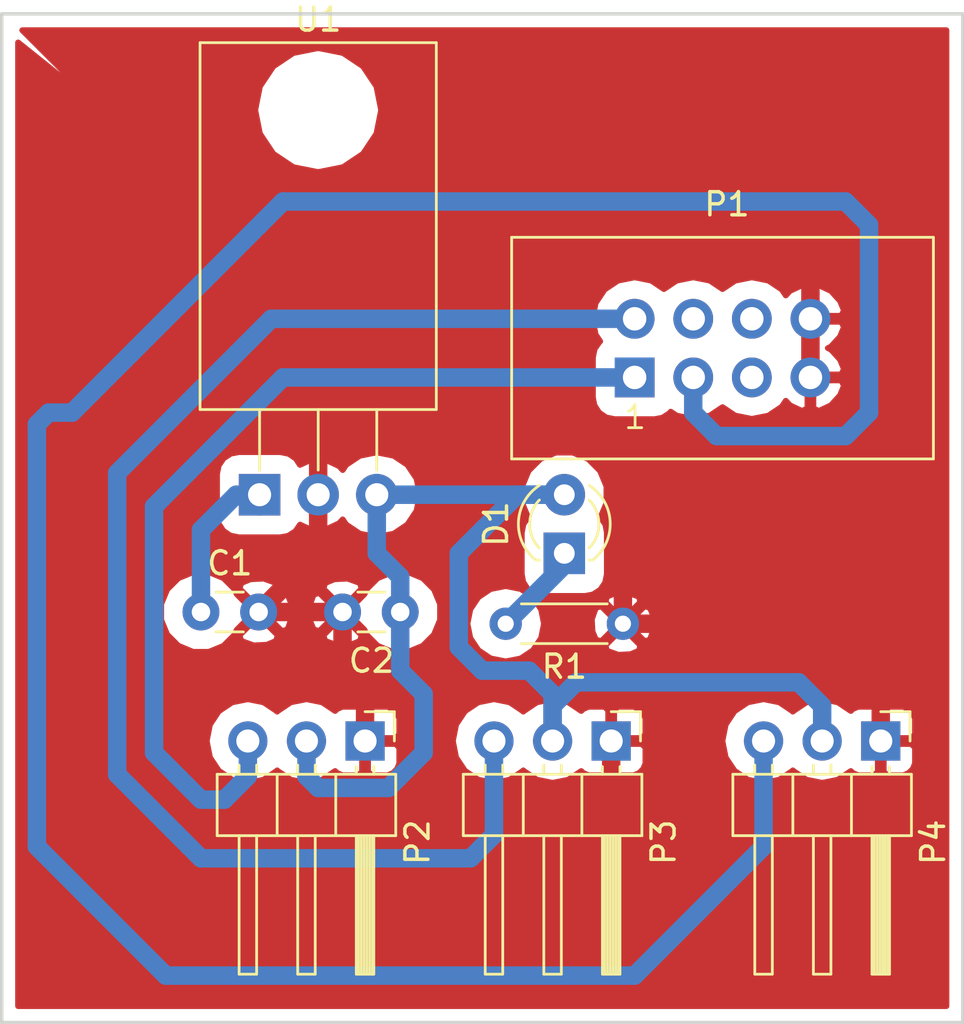
<source format=kicad_pcb>
(kicad_pcb (version 4) (host pcbnew 4.0.6-e0-6349~53~ubuntu16.04.1)

  (general
    (links 18)
    (no_connects 0)
    (area 128.771997 92.145 167.013 136.343001)
    (thickness 1.6)
    (drawings 4)
    (tracks 85)
    (zones 0)
    (modules 9)
    (nets 8)
  )

  (page A4)
  (title_block
    (title LM7805)
  )

  (layers
    (0 F.Cu signal)
    (31 B.Cu signal)
    (32 B.Adhes user)
    (33 F.Adhes user)
    (34 B.Paste user)
    (35 F.Paste user)
    (36 B.SilkS user)
    (37 F.SilkS user)
    (38 B.Mask user)
    (39 F.Mask user)
    (40 Dwgs.User user)
    (41 Cmts.User user)
    (42 Eco1.User user)
    (43 Eco2.User user)
    (44 Edge.Cuts user)
    (45 Margin user)
    (46 B.CrtYd user)
    (47 F.CrtYd user)
    (48 B.Fab user)
    (49 F.Fab user)
  )

  (setup
    (last_trace_width 0.8)
    (trace_clearance 0.8)
    (zone_clearance 0.508)
    (zone_45_only yes)
    (trace_min 0.2)
    (segment_width 0.2)
    (edge_width 0.15)
    (via_size 0.6)
    (via_drill 0.4)
    (via_min_size 0.4)
    (via_min_drill 0.3)
    (uvia_size 0.3)
    (uvia_drill 0.1)
    (uvias_allowed no)
    (uvia_min_size 0.2)
    (uvia_min_drill 0.1)
    (pcb_text_width 0.3)
    (pcb_text_size 1.5 1.5)
    (mod_edge_width 0.15)
    (mod_text_size 1 1)
    (mod_text_width 0.15)
    (pad_size 1.524 1.524)
    (pad_drill 0.762)
    (pad_to_mask_clearance 0.2)
    (aux_axis_origin 0 0)
    (visible_elements FFFFFF7F)
    (pcbplotparams
      (layerselection 0x00030_80000001)
      (usegerberextensions false)
      (excludeedgelayer true)
      (linewidth 0.100000)
      (plotframeref false)
      (viasonmask false)
      (mode 1)
      (useauxorigin false)
      (hpglpennumber 1)
      (hpglpenspeed 20)
      (hpglpendiameter 15)
      (hpglpenoverlay 2)
      (psnegative false)
      (psa4output false)
      (plotreference true)
      (plotvalue true)
      (plotinvisibletext false)
      (padsonsilk false)
      (subtractmaskfromsilk false)
      (outputformat 1)
      (mirror false)
      (drillshape 1)
      (scaleselection 1)
      (outputdirectory ""))
  )

  (net 0 "")
  (net 1 +BATT)
  (net 2 GND)
  (net 3 /+5v)
  (net 4 "Net-(D1-Pad1)")
  (net 5 /PD11)
  (net 6 /PD12)
  (net 7 /PD13)

  (net_class Default "This is the default net class."
    (clearance 0.8)
    (trace_width 0.8)
    (via_dia 0.6)
    (via_drill 0.4)
    (uvia_dia 0.3)
    (uvia_drill 0.1)
    (add_net +BATT)
    (add_net /+5v)
    (add_net /PD11)
    (add_net /PD12)
    (add_net /PD13)
    (add_net GND)
    (add_net "Net-(D1-Pad1)")
  )

  (module Pin_Headers:Pin_Header_Angled_1x03_Pitch2.54mm (layer F.Cu) (tedit 59650532) (tstamp 599F6E2B)
    (at 140.716 124.968 270)
    (descr "Through hole angled pin header, 1x03, 2.54mm pitch, 6mm pin length, single row")
    (tags "Through hole angled pin header THT 1x03 2.54mm single row")
    (path /599E1DCA)
    (fp_text reference P2 (at 4.385 -2.27 270) (layer F.SilkS)
      (effects (font (size 1 1) (thickness 0.15)))
    )
    (fp_text value CONN_01X03 (at 4.385 7.35 270) (layer F.Fab)
      (effects (font (size 1 1) (thickness 0.15)))
    )
    (fp_line (start 2.135 -1.27) (end 4.04 -1.27) (layer F.Fab) (width 0.1))
    (fp_line (start 4.04 -1.27) (end 4.04 6.35) (layer F.Fab) (width 0.1))
    (fp_line (start 4.04 6.35) (end 1.5 6.35) (layer F.Fab) (width 0.1))
    (fp_line (start 1.5 6.35) (end 1.5 -0.635) (layer F.Fab) (width 0.1))
    (fp_line (start 1.5 -0.635) (end 2.135 -1.27) (layer F.Fab) (width 0.1))
    (fp_line (start -0.32 -0.32) (end 1.5 -0.32) (layer F.Fab) (width 0.1))
    (fp_line (start -0.32 -0.32) (end -0.32 0.32) (layer F.Fab) (width 0.1))
    (fp_line (start -0.32 0.32) (end 1.5 0.32) (layer F.Fab) (width 0.1))
    (fp_line (start 4.04 -0.32) (end 10.04 -0.32) (layer F.Fab) (width 0.1))
    (fp_line (start 10.04 -0.32) (end 10.04 0.32) (layer F.Fab) (width 0.1))
    (fp_line (start 4.04 0.32) (end 10.04 0.32) (layer F.Fab) (width 0.1))
    (fp_line (start -0.32 2.22) (end 1.5 2.22) (layer F.Fab) (width 0.1))
    (fp_line (start -0.32 2.22) (end -0.32 2.86) (layer F.Fab) (width 0.1))
    (fp_line (start -0.32 2.86) (end 1.5 2.86) (layer F.Fab) (width 0.1))
    (fp_line (start 4.04 2.22) (end 10.04 2.22) (layer F.Fab) (width 0.1))
    (fp_line (start 10.04 2.22) (end 10.04 2.86) (layer F.Fab) (width 0.1))
    (fp_line (start 4.04 2.86) (end 10.04 2.86) (layer F.Fab) (width 0.1))
    (fp_line (start -0.32 4.76) (end 1.5 4.76) (layer F.Fab) (width 0.1))
    (fp_line (start -0.32 4.76) (end -0.32 5.4) (layer F.Fab) (width 0.1))
    (fp_line (start -0.32 5.4) (end 1.5 5.4) (layer F.Fab) (width 0.1))
    (fp_line (start 4.04 4.76) (end 10.04 4.76) (layer F.Fab) (width 0.1))
    (fp_line (start 10.04 4.76) (end 10.04 5.4) (layer F.Fab) (width 0.1))
    (fp_line (start 4.04 5.4) (end 10.04 5.4) (layer F.Fab) (width 0.1))
    (fp_line (start 1.44 -1.33) (end 1.44 6.41) (layer F.SilkS) (width 0.12))
    (fp_line (start 1.44 6.41) (end 4.1 6.41) (layer F.SilkS) (width 0.12))
    (fp_line (start 4.1 6.41) (end 4.1 -1.33) (layer F.SilkS) (width 0.12))
    (fp_line (start 4.1 -1.33) (end 1.44 -1.33) (layer F.SilkS) (width 0.12))
    (fp_line (start 4.1 -0.38) (end 10.1 -0.38) (layer F.SilkS) (width 0.12))
    (fp_line (start 10.1 -0.38) (end 10.1 0.38) (layer F.SilkS) (width 0.12))
    (fp_line (start 10.1 0.38) (end 4.1 0.38) (layer F.SilkS) (width 0.12))
    (fp_line (start 4.1 -0.32) (end 10.1 -0.32) (layer F.SilkS) (width 0.12))
    (fp_line (start 4.1 -0.2) (end 10.1 -0.2) (layer F.SilkS) (width 0.12))
    (fp_line (start 4.1 -0.08) (end 10.1 -0.08) (layer F.SilkS) (width 0.12))
    (fp_line (start 4.1 0.04) (end 10.1 0.04) (layer F.SilkS) (width 0.12))
    (fp_line (start 4.1 0.16) (end 10.1 0.16) (layer F.SilkS) (width 0.12))
    (fp_line (start 4.1 0.28) (end 10.1 0.28) (layer F.SilkS) (width 0.12))
    (fp_line (start 1.11 -0.38) (end 1.44 -0.38) (layer F.SilkS) (width 0.12))
    (fp_line (start 1.11 0.38) (end 1.44 0.38) (layer F.SilkS) (width 0.12))
    (fp_line (start 1.44 1.27) (end 4.1 1.27) (layer F.SilkS) (width 0.12))
    (fp_line (start 4.1 2.16) (end 10.1 2.16) (layer F.SilkS) (width 0.12))
    (fp_line (start 10.1 2.16) (end 10.1 2.92) (layer F.SilkS) (width 0.12))
    (fp_line (start 10.1 2.92) (end 4.1 2.92) (layer F.SilkS) (width 0.12))
    (fp_line (start 1.042929 2.16) (end 1.44 2.16) (layer F.SilkS) (width 0.12))
    (fp_line (start 1.042929 2.92) (end 1.44 2.92) (layer F.SilkS) (width 0.12))
    (fp_line (start 1.44 3.81) (end 4.1 3.81) (layer F.SilkS) (width 0.12))
    (fp_line (start 4.1 4.7) (end 10.1 4.7) (layer F.SilkS) (width 0.12))
    (fp_line (start 10.1 4.7) (end 10.1 5.46) (layer F.SilkS) (width 0.12))
    (fp_line (start 10.1 5.46) (end 4.1 5.46) (layer F.SilkS) (width 0.12))
    (fp_line (start 1.042929 4.7) (end 1.44 4.7) (layer F.SilkS) (width 0.12))
    (fp_line (start 1.042929 5.46) (end 1.44 5.46) (layer F.SilkS) (width 0.12))
    (fp_line (start -1.27 0) (end -1.27 -1.27) (layer F.SilkS) (width 0.12))
    (fp_line (start -1.27 -1.27) (end 0 -1.27) (layer F.SilkS) (width 0.12))
    (fp_line (start -1.8 -1.8) (end -1.8 6.85) (layer F.CrtYd) (width 0.05))
    (fp_line (start -1.8 6.85) (end 10.55 6.85) (layer F.CrtYd) (width 0.05))
    (fp_line (start 10.55 6.85) (end 10.55 -1.8) (layer F.CrtYd) (width 0.05))
    (fp_line (start 10.55 -1.8) (end -1.8 -1.8) (layer F.CrtYd) (width 0.05))
    (fp_text user %R (at 2.77 2.54 360) (layer F.Fab)
      (effects (font (size 1 1) (thickness 0.15)))
    )
    (pad 1 thru_hole rect (at 0 0 270) (size 1.7 1.7) (drill 1) (layers *.Cu *.Mask)
      (net 2 GND))
    (pad 2 thru_hole oval (at 0 2.54 270) (size 1.7 1.7) (drill 1) (layers *.Cu *.Mask)
      (net 3 /+5v))
    (pad 3 thru_hole oval (at 0 5.08 270) (size 1.7 1.7) (drill 1) (layers *.Cu *.Mask)
      (net 5 /PD11))
    (model ${KISYS3DMOD}/Pin_Headers.3dshapes/Pin_Header_Angled_1x03_Pitch2.54mm.wrl
      (at (xyz 0 0 0))
      (scale (xyz 1 1 1))
      (rotate (xyz 0 0 0))
    )
  )

  (module Pin_Headers:Pin_Header_Angled_1x03_Pitch2.54mm (layer F.Cu) (tedit 59650532) (tstamp 599F6E39)
    (at 163.068 124.968 270)
    (descr "Through hole angled pin header, 1x03, 2.54mm pitch, 6mm pin length, single row")
    (tags "Through hole angled pin header THT 1x03 2.54mm single row")
    (path /599E2099)
    (fp_text reference P4 (at 4.385 -2.27 270) (layer F.SilkS)
      (effects (font (size 1 1) (thickness 0.15)))
    )
    (fp_text value CONN_01X03 (at 4.385 7.35 270) (layer F.Fab)
      (effects (font (size 1 1) (thickness 0.15)))
    )
    (fp_line (start 2.135 -1.27) (end 4.04 -1.27) (layer F.Fab) (width 0.1))
    (fp_line (start 4.04 -1.27) (end 4.04 6.35) (layer F.Fab) (width 0.1))
    (fp_line (start 4.04 6.35) (end 1.5 6.35) (layer F.Fab) (width 0.1))
    (fp_line (start 1.5 6.35) (end 1.5 -0.635) (layer F.Fab) (width 0.1))
    (fp_line (start 1.5 -0.635) (end 2.135 -1.27) (layer F.Fab) (width 0.1))
    (fp_line (start -0.32 -0.32) (end 1.5 -0.32) (layer F.Fab) (width 0.1))
    (fp_line (start -0.32 -0.32) (end -0.32 0.32) (layer F.Fab) (width 0.1))
    (fp_line (start -0.32 0.32) (end 1.5 0.32) (layer F.Fab) (width 0.1))
    (fp_line (start 4.04 -0.32) (end 10.04 -0.32) (layer F.Fab) (width 0.1))
    (fp_line (start 10.04 -0.32) (end 10.04 0.32) (layer F.Fab) (width 0.1))
    (fp_line (start 4.04 0.32) (end 10.04 0.32) (layer F.Fab) (width 0.1))
    (fp_line (start -0.32 2.22) (end 1.5 2.22) (layer F.Fab) (width 0.1))
    (fp_line (start -0.32 2.22) (end -0.32 2.86) (layer F.Fab) (width 0.1))
    (fp_line (start -0.32 2.86) (end 1.5 2.86) (layer F.Fab) (width 0.1))
    (fp_line (start 4.04 2.22) (end 10.04 2.22) (layer F.Fab) (width 0.1))
    (fp_line (start 10.04 2.22) (end 10.04 2.86) (layer F.Fab) (width 0.1))
    (fp_line (start 4.04 2.86) (end 10.04 2.86) (layer F.Fab) (width 0.1))
    (fp_line (start -0.32 4.76) (end 1.5 4.76) (layer F.Fab) (width 0.1))
    (fp_line (start -0.32 4.76) (end -0.32 5.4) (layer F.Fab) (width 0.1))
    (fp_line (start -0.32 5.4) (end 1.5 5.4) (layer F.Fab) (width 0.1))
    (fp_line (start 4.04 4.76) (end 10.04 4.76) (layer F.Fab) (width 0.1))
    (fp_line (start 10.04 4.76) (end 10.04 5.4) (layer F.Fab) (width 0.1))
    (fp_line (start 4.04 5.4) (end 10.04 5.4) (layer F.Fab) (width 0.1))
    (fp_line (start 1.44 -1.33) (end 1.44 6.41) (layer F.SilkS) (width 0.12))
    (fp_line (start 1.44 6.41) (end 4.1 6.41) (layer F.SilkS) (width 0.12))
    (fp_line (start 4.1 6.41) (end 4.1 -1.33) (layer F.SilkS) (width 0.12))
    (fp_line (start 4.1 -1.33) (end 1.44 -1.33) (layer F.SilkS) (width 0.12))
    (fp_line (start 4.1 -0.38) (end 10.1 -0.38) (layer F.SilkS) (width 0.12))
    (fp_line (start 10.1 -0.38) (end 10.1 0.38) (layer F.SilkS) (width 0.12))
    (fp_line (start 10.1 0.38) (end 4.1 0.38) (layer F.SilkS) (width 0.12))
    (fp_line (start 4.1 -0.32) (end 10.1 -0.32) (layer F.SilkS) (width 0.12))
    (fp_line (start 4.1 -0.2) (end 10.1 -0.2) (layer F.SilkS) (width 0.12))
    (fp_line (start 4.1 -0.08) (end 10.1 -0.08) (layer F.SilkS) (width 0.12))
    (fp_line (start 4.1 0.04) (end 10.1 0.04) (layer F.SilkS) (width 0.12))
    (fp_line (start 4.1 0.16) (end 10.1 0.16) (layer F.SilkS) (width 0.12))
    (fp_line (start 4.1 0.28) (end 10.1 0.28) (layer F.SilkS) (width 0.12))
    (fp_line (start 1.11 -0.38) (end 1.44 -0.38) (layer F.SilkS) (width 0.12))
    (fp_line (start 1.11 0.38) (end 1.44 0.38) (layer F.SilkS) (width 0.12))
    (fp_line (start 1.44 1.27) (end 4.1 1.27) (layer F.SilkS) (width 0.12))
    (fp_line (start 4.1 2.16) (end 10.1 2.16) (layer F.SilkS) (width 0.12))
    (fp_line (start 10.1 2.16) (end 10.1 2.92) (layer F.SilkS) (width 0.12))
    (fp_line (start 10.1 2.92) (end 4.1 2.92) (layer F.SilkS) (width 0.12))
    (fp_line (start 1.042929 2.16) (end 1.44 2.16) (layer F.SilkS) (width 0.12))
    (fp_line (start 1.042929 2.92) (end 1.44 2.92) (layer F.SilkS) (width 0.12))
    (fp_line (start 1.44 3.81) (end 4.1 3.81) (layer F.SilkS) (width 0.12))
    (fp_line (start 4.1 4.7) (end 10.1 4.7) (layer F.SilkS) (width 0.12))
    (fp_line (start 10.1 4.7) (end 10.1 5.46) (layer F.SilkS) (width 0.12))
    (fp_line (start 10.1 5.46) (end 4.1 5.46) (layer F.SilkS) (width 0.12))
    (fp_line (start 1.042929 4.7) (end 1.44 4.7) (layer F.SilkS) (width 0.12))
    (fp_line (start 1.042929 5.46) (end 1.44 5.46) (layer F.SilkS) (width 0.12))
    (fp_line (start -1.27 0) (end -1.27 -1.27) (layer F.SilkS) (width 0.12))
    (fp_line (start -1.27 -1.27) (end 0 -1.27) (layer F.SilkS) (width 0.12))
    (fp_line (start -1.8 -1.8) (end -1.8 6.85) (layer F.CrtYd) (width 0.05))
    (fp_line (start -1.8 6.85) (end 10.55 6.85) (layer F.CrtYd) (width 0.05))
    (fp_line (start 10.55 6.85) (end 10.55 -1.8) (layer F.CrtYd) (width 0.05))
    (fp_line (start 10.55 -1.8) (end -1.8 -1.8) (layer F.CrtYd) (width 0.05))
    (fp_text user %R (at 2.77 2.54 360) (layer F.Fab)
      (effects (font (size 1 1) (thickness 0.15)))
    )
    (pad 1 thru_hole rect (at 0 0 270) (size 1.7 1.7) (drill 1) (layers *.Cu *.Mask)
      (net 2 GND))
    (pad 2 thru_hole oval (at 0 2.54 270) (size 1.7 1.7) (drill 1) (layers *.Cu *.Mask)
      (net 3 /+5v))
    (pad 3 thru_hole oval (at 0 5.08 270) (size 1.7 1.7) (drill 1) (layers *.Cu *.Mask)
      (net 7 /PD13))
    (model ${KISYS3DMOD}/Pin_Headers.3dshapes/Pin_Header_Angled_1x03_Pitch2.54mm.wrl
      (at (xyz 0 0 0))
      (scale (xyz 1 1 1))
      (rotate (xyz 0 0 0))
    )
  )

  (module TO_SOT_Packages_THT:TO-220_Horizontal (layer F.Cu) (tedit 58CE52AD) (tstamp 599F6E47)
    (at 136.144 114.3)
    (descr "TO-220, Horizontal, RM 2.54mm")
    (tags "TO-220 Horizontal RM 2.54mm")
    (path /599F81E7)
    (fp_text reference U1 (at 2.54 -20.58) (layer F.SilkS)
      (effects (font (size 1 1) (thickness 0.15)))
    )
    (fp_text value LM7805CT (at 2.54 1.9) (layer F.Fab)
      (effects (font (size 1 1) (thickness 0.15)))
    )
    (fp_text user %R (at 2.54 -20.58) (layer F.Fab)
      (effects (font (size 1 1) (thickness 0.15)))
    )
    (fp_line (start -2.46 -13.06) (end -2.46 -19.46) (layer F.Fab) (width 0.1))
    (fp_line (start -2.46 -19.46) (end 7.54 -19.46) (layer F.Fab) (width 0.1))
    (fp_line (start 7.54 -19.46) (end 7.54 -13.06) (layer F.Fab) (width 0.1))
    (fp_line (start 7.54 -13.06) (end -2.46 -13.06) (layer F.Fab) (width 0.1))
    (fp_line (start -2.46 -3.81) (end -2.46 -13.06) (layer F.Fab) (width 0.1))
    (fp_line (start -2.46 -13.06) (end 7.54 -13.06) (layer F.Fab) (width 0.1))
    (fp_line (start 7.54 -13.06) (end 7.54 -3.81) (layer F.Fab) (width 0.1))
    (fp_line (start 7.54 -3.81) (end -2.46 -3.81) (layer F.Fab) (width 0.1))
    (fp_line (start 0 -3.81) (end 0 0) (layer F.Fab) (width 0.1))
    (fp_line (start 2.54 -3.81) (end 2.54 0) (layer F.Fab) (width 0.1))
    (fp_line (start 5.08 -3.81) (end 5.08 0) (layer F.Fab) (width 0.1))
    (fp_line (start -2.58 -3.69) (end 7.66 -3.69) (layer F.SilkS) (width 0.12))
    (fp_line (start -2.58 -19.58) (end 7.66 -19.58) (layer F.SilkS) (width 0.12))
    (fp_line (start -2.58 -19.58) (end -2.58 -3.69) (layer F.SilkS) (width 0.12))
    (fp_line (start 7.66 -19.58) (end 7.66 -3.69) (layer F.SilkS) (width 0.12))
    (fp_line (start 0 -3.69) (end 0 -1.05) (layer F.SilkS) (width 0.12))
    (fp_line (start 2.54 -3.69) (end 2.54 -1.066) (layer F.SilkS) (width 0.12))
    (fp_line (start 5.08 -3.69) (end 5.08 -1.066) (layer F.SilkS) (width 0.12))
    (fp_line (start -2.71 -19.71) (end -2.71 1.15) (layer F.CrtYd) (width 0.05))
    (fp_line (start -2.71 1.15) (end 7.79 1.15) (layer F.CrtYd) (width 0.05))
    (fp_line (start 7.79 1.15) (end 7.79 -19.71) (layer F.CrtYd) (width 0.05))
    (fp_line (start 7.79 -19.71) (end -2.71 -19.71) (layer F.CrtYd) (width 0.05))
    (fp_circle (center 2.54 -16.66) (end 4.39 -16.66) (layer F.Fab) (width 0.1))
    (pad 0 np_thru_hole oval (at 2.54 -16.66) (size 3.5 3.5) (drill 3.5) (layers *.Cu *.Mask))
    (pad 1 thru_hole rect (at 0 0) (size 1.8 1.8) (drill 1) (layers *.Cu *.Mask)
      (net 1 +BATT))
    (pad 2 thru_hole oval (at 2.54 0) (size 1.8 1.8) (drill 1) (layers *.Cu *.Mask)
      (net 2 GND))
    (pad 3 thru_hole oval (at 5.08 0) (size 1.8 1.8) (drill 1) (layers *.Cu *.Mask)
      (net 3 /+5v))
    (model ${KISYS3DMOD}/TO_SOT_Packages_THT.3dshapes/TO-220_Horizontal.wrl
      (at (xyz 0.1 0 0))
      (scale (xyz 0.393701 0.393701 0.393701))
      (rotate (xyz 0 0 0))
    )
  )

  (module Capacitors_THT:C_Disc_D3.0mm_W1.6mm_P2.50mm (layer F.Cu) (tedit 597BC7C2) (tstamp 599F6E0C)
    (at 133.604 119.38)
    (descr "C, Disc series, Radial, pin pitch=2.50mm, , diameter*width=3.0*1.6mm^2, Capacitor, http://www.vishay.com/docs/45233/krseries.pdf")
    (tags "C Disc series Radial pin pitch 2.50mm  diameter 3.0mm width 1.6mm Capacitor")
    (path /599DF1B8)
    (fp_text reference C1 (at 1.25 -2.11) (layer F.SilkS)
      (effects (font (size 1 1) (thickness 0.15)))
    )
    (fp_text value "0.33 uF" (at 1.25 2.11) (layer F.Fab)
      (effects (font (size 1 1) (thickness 0.15)))
    )
    (fp_line (start -0.25 -0.8) (end -0.25 0.8) (layer F.Fab) (width 0.1))
    (fp_line (start -0.25 0.8) (end 2.75 0.8) (layer F.Fab) (width 0.1))
    (fp_line (start 2.75 0.8) (end 2.75 -0.8) (layer F.Fab) (width 0.1))
    (fp_line (start 2.75 -0.8) (end -0.25 -0.8) (layer F.Fab) (width 0.1))
    (fp_line (start 0.663 -0.861) (end 1.837 -0.861) (layer F.SilkS) (width 0.12))
    (fp_line (start 0.663 0.861) (end 1.837 0.861) (layer F.SilkS) (width 0.12))
    (fp_line (start -1.05 -1.15) (end -1.05 1.15) (layer F.CrtYd) (width 0.05))
    (fp_line (start -1.05 1.15) (end 3.55 1.15) (layer F.CrtYd) (width 0.05))
    (fp_line (start 3.55 1.15) (end 3.55 -1.15) (layer F.CrtYd) (width 0.05))
    (fp_line (start 3.55 -1.15) (end -1.05 -1.15) (layer F.CrtYd) (width 0.05))
    (fp_text user %R (at 1.25 0) (layer F.Fab)
      (effects (font (size 1 1) (thickness 0.15)))
    )
    (pad 1 thru_hole circle (at 0 0) (size 1.6 1.6) (drill 0.8) (layers *.Cu *.Mask)
      (net 1 +BATT))
    (pad 2 thru_hole circle (at 2.5 0) (size 1.6 1.6) (drill 0.8) (layers *.Cu *.Mask)
      (net 2 GND))
    (model ${KISYS3DMOD}/Capacitors_THT.3dshapes/C_Disc_D3.0mm_W1.6mm_P2.50mm.wrl
      (at (xyz 0 0 0))
      (scale (xyz 1 1 1))
      (rotate (xyz 0 0 0))
    )
  )

  (module Capacitors_THT:C_Disc_D3.0mm_W1.6mm_P2.50mm (layer F.Cu) (tedit 59A0ACCB) (tstamp 599F6E12)
    (at 142.24 119.38 180)
    (descr "C, Disc series, Radial, pin pitch=2.50mm, , diameter*width=3.0*1.6mm^2, Capacitor, http://www.vishay.com/docs/45233/krseries.pdf")
    (tags "C Disc series Radial pin pitch 2.50mm  diameter 3.0mm width 1.6mm Capacitor")
    (path /599DF389)
    (fp_text reference C2 (at 1.25 -2.11 180) (layer F.SilkS)
      (effects (font (size 1 1) (thickness 0.15)))
    )
    (fp_text value "0.1 uF" (at 1.25 2.11 180) (layer F.Fab)
      (effects (font (size 1 1) (thickness 0.15)))
    )
    (fp_line (start -0.25 -0.8) (end -0.25 0.8) (layer F.Fab) (width 0.1))
    (fp_line (start -0.25 0.8) (end 2.75 0.8) (layer F.Fab) (width 0.1))
    (fp_line (start 2.75 0.8) (end 2.75 -0.8) (layer F.Fab) (width 0.1))
    (fp_line (start 2.75 -0.8) (end -0.25 -0.8) (layer F.Fab) (width 0.1))
    (fp_line (start 0.663 -0.861) (end 1.837 -0.861) (layer F.SilkS) (width 0.12))
    (fp_line (start 0.663 0.861) (end 1.837 0.861) (layer F.SilkS) (width 0.12))
    (fp_line (start -1.05 -1.15) (end -1.05 1.15) (layer F.CrtYd) (width 0.05))
    (fp_line (start -1.05 1.15) (end 3.55 1.15) (layer F.CrtYd) (width 0.05))
    (fp_line (start 3.55 1.15) (end 3.55 -1.15) (layer F.CrtYd) (width 0.05))
    (fp_line (start 3.55 -1.15) (end -1.05 -1.15) (layer F.CrtYd) (width 0.05))
    (fp_text user %R (at 1.25 0 450) (layer F.Fab)
      (effects (font (size 1 1) (thickness 0.15)))
    )
    (pad 1 thru_hole circle (at 0 0 180) (size 1.6 1.6) (drill 0.8) (layers *.Cu *.Mask)
      (net 3 /+5v))
    (pad 2 thru_hole circle (at 2.5 0 180) (size 1.6 1.6) (drill 0.8) (layers *.Cu *.Mask)
      (net 2 GND))
    (model ${KISYS3DMOD}/Capacitors_THT.3dshapes/C_Disc_D3.0mm_W1.6mm_P2.50mm.wrl
      (at (xyz 0 0 0))
      (scale (xyz 1 1 1))
      (rotate (xyz 0 0 0))
    )
  )

  (module LEDs:LED_D3.0mm (layer F.Cu) (tedit 587A3A7B) (tstamp 599F6E18)
    (at 149.352 116.84 90)
    (descr "LED, diameter 3.0mm, 2 pins")
    (tags "LED diameter 3.0mm 2 pins")
    (path /599F4B2B)
    (fp_text reference D1 (at 1.27 -2.96 90) (layer F.SilkS)
      (effects (font (size 1 1) (thickness 0.15)))
    )
    (fp_text value LED (at 1.27 2.96 90) (layer F.Fab)
      (effects (font (size 1 1) (thickness 0.15)))
    )
    (fp_arc (start 1.27 0) (end -0.23 -1.16619) (angle 284.3) (layer F.Fab) (width 0.1))
    (fp_arc (start 1.27 0) (end -0.29 -1.235516) (angle 108.8) (layer F.SilkS) (width 0.12))
    (fp_arc (start 1.27 0) (end -0.29 1.235516) (angle -108.8) (layer F.SilkS) (width 0.12))
    (fp_arc (start 1.27 0) (end 0.229039 -1.08) (angle 87.9) (layer F.SilkS) (width 0.12))
    (fp_arc (start 1.27 0) (end 0.229039 1.08) (angle -87.9) (layer F.SilkS) (width 0.12))
    (fp_circle (center 1.27 0) (end 2.77 0) (layer F.Fab) (width 0.1))
    (fp_line (start -0.23 -1.16619) (end -0.23 1.16619) (layer F.Fab) (width 0.1))
    (fp_line (start -0.29 -1.236) (end -0.29 -1.08) (layer F.SilkS) (width 0.12))
    (fp_line (start -0.29 1.08) (end -0.29 1.236) (layer F.SilkS) (width 0.12))
    (fp_line (start -1.15 -2.25) (end -1.15 2.25) (layer F.CrtYd) (width 0.05))
    (fp_line (start -1.15 2.25) (end 3.7 2.25) (layer F.CrtYd) (width 0.05))
    (fp_line (start 3.7 2.25) (end 3.7 -2.25) (layer F.CrtYd) (width 0.05))
    (fp_line (start 3.7 -2.25) (end -1.15 -2.25) (layer F.CrtYd) (width 0.05))
    (pad 1 thru_hole rect (at 0 0 90) (size 1.8 1.8) (drill 0.9) (layers *.Cu *.Mask)
      (net 4 "Net-(D1-Pad1)"))
    (pad 2 thru_hole circle (at 2.54 0 90) (size 1.8 1.8) (drill 0.9) (layers *.Cu *.Mask)
      (net 3 /+5v))
    (model ${KISYS3DMOD}/LEDs.3dshapes/LED_D3.0mm.wrl
      (at (xyz 0 0 0))
      (scale (xyz 0.393701 0.393701 0.393701))
      (rotate (xyz 0 0 0))
    )
  )

  (module Connectors:IDC_Header_Straight_8pins (layer F.Cu) (tedit 584BD46E) (tstamp 599F6E24)
    (at 152.4 109.22)
    (descr "8 pins through hole IDC header")
    (tags "IDC header socket VASCH")
    (path /599E0902)
    (fp_text reference P1 (at 4 -7.5) (layer F.SilkS)
      (effects (font (size 1 1) (thickness 0.15)))
    )
    (fp_text value CONN_02X04 (at 4 5) (layer F.Fab)
      (effects (font (size 1 1) (thickness 0.15)))
    )
    (fp_line (start -5.08 -5.82) (end 12.7 -5.82) (layer F.Fab) (width 0.1))
    (fp_line (start -4.54 -5.27) (end 12.14 -5.27) (layer F.Fab) (width 0.1))
    (fp_line (start -5.08 3.28) (end 12.7 3.28) (layer F.Fab) (width 0.1))
    (fp_line (start -4.54 2.73) (end 1.56 2.73) (layer F.Fab) (width 0.1))
    (fp_line (start 6.06 2.73) (end 12.14 2.73) (layer F.Fab) (width 0.1))
    (fp_line (start 1.56 2.73) (end 1.56 3.28) (layer F.Fab) (width 0.1))
    (fp_line (start 6.06 2.73) (end 6.06 3.28) (layer F.Fab) (width 0.1))
    (fp_line (start -5.08 -5.82) (end -5.08 3.28) (layer F.Fab) (width 0.1))
    (fp_line (start -4.54 -5.27) (end -4.54 2.73) (layer F.Fab) (width 0.1))
    (fp_line (start 12.7 -5.82) (end 12.7 3.28) (layer F.Fab) (width 0.1))
    (fp_line (start 12.14 -5.27) (end 12.14 2.73) (layer F.Fab) (width 0.1))
    (fp_line (start -5.08 -5.82) (end -4.54 -5.27) (layer F.Fab) (width 0.1))
    (fp_line (start 12.7 -5.82) (end 12.14 -5.27) (layer F.Fab) (width 0.1))
    (fp_line (start -5.08 3.28) (end -4.54 2.73) (layer F.Fab) (width 0.1))
    (fp_line (start 12.7 3.28) (end 12.14 2.73) (layer F.Fab) (width 0.1))
    (fp_line (start -5.58 -6.32) (end 13.2 -6.32) (layer F.CrtYd) (width 0.05))
    (fp_line (start 13.2 -6.32) (end 13.2 3.78) (layer F.CrtYd) (width 0.05))
    (fp_line (start 13.2 3.78) (end -5.58 3.78) (layer F.CrtYd) (width 0.05))
    (fp_line (start -5.58 3.78) (end -5.58 -6.32) (layer F.CrtYd) (width 0.05))
    (fp_text user 1 (at 0.02 1.72) (layer F.SilkS)
      (effects (font (size 1 1) (thickness 0.12)))
    )
    (fp_line (start -5.33 -6.07) (end 12.95 -6.07) (layer F.SilkS) (width 0.12))
    (fp_line (start 12.95 -6.07) (end 12.95 3.53) (layer F.SilkS) (width 0.12))
    (fp_line (start 12.95 3.53) (end -5.33 3.53) (layer F.SilkS) (width 0.12))
    (fp_line (start -5.33 3.53) (end -5.33 -6.07) (layer F.SilkS) (width 0.12))
    (pad 1 thru_hole rect (at 0 0) (size 1.7272 1.7272) (drill 1.016) (layers *.Cu *.Mask)
      (net 5 /PD11))
    (pad 2 thru_hole oval (at 0 -2.54) (size 1.7272 1.7272) (drill 1.016) (layers *.Cu *.Mask)
      (net 6 /PD12))
    (pad 3 thru_hole oval (at 2.54 0) (size 1.7272 1.7272) (drill 1.016) (layers *.Cu *.Mask)
      (net 7 /PD13))
    (pad 4 thru_hole oval (at 2.54 -2.54) (size 1.7272 1.7272) (drill 1.016) (layers *.Cu *.Mask))
    (pad 5 thru_hole oval (at 5.08 0) (size 1.7272 1.7272) (drill 1.016) (layers *.Cu *.Mask))
    (pad 6 thru_hole oval (at 5.08 -2.54) (size 1.7272 1.7272) (drill 1.016) (layers *.Cu *.Mask))
    (pad 7 thru_hole oval (at 7.62 0) (size 1.7272 1.7272) (drill 1.016) (layers *.Cu *.Mask)
      (net 2 GND))
    (pad 8 thru_hole oval (at 7.62 -2.54) (size 1.7272 1.7272) (drill 1.016) (layers *.Cu *.Mask)
      (net 2 GND))
  )

  (module Pin_Headers:Pin_Header_Angled_1x03_Pitch2.54mm (layer F.Cu) (tedit 59650532) (tstamp 599F6E32)
    (at 151.384 124.968 270)
    (descr "Through hole angled pin header, 1x03, 2.54mm pitch, 6mm pin length, single row")
    (tags "Through hole angled pin header THT 1x03 2.54mm single row")
    (path /599E1F43)
    (fp_text reference P3 (at 4.385 -2.27 270) (layer F.SilkS)
      (effects (font (size 1 1) (thickness 0.15)))
    )
    (fp_text value CONN_01X03 (at 4.385 7.35 270) (layer F.Fab)
      (effects (font (size 1 1) (thickness 0.15)))
    )
    (fp_line (start 2.135 -1.27) (end 4.04 -1.27) (layer F.Fab) (width 0.1))
    (fp_line (start 4.04 -1.27) (end 4.04 6.35) (layer F.Fab) (width 0.1))
    (fp_line (start 4.04 6.35) (end 1.5 6.35) (layer F.Fab) (width 0.1))
    (fp_line (start 1.5 6.35) (end 1.5 -0.635) (layer F.Fab) (width 0.1))
    (fp_line (start 1.5 -0.635) (end 2.135 -1.27) (layer F.Fab) (width 0.1))
    (fp_line (start -0.32 -0.32) (end 1.5 -0.32) (layer F.Fab) (width 0.1))
    (fp_line (start -0.32 -0.32) (end -0.32 0.32) (layer F.Fab) (width 0.1))
    (fp_line (start -0.32 0.32) (end 1.5 0.32) (layer F.Fab) (width 0.1))
    (fp_line (start 4.04 -0.32) (end 10.04 -0.32) (layer F.Fab) (width 0.1))
    (fp_line (start 10.04 -0.32) (end 10.04 0.32) (layer F.Fab) (width 0.1))
    (fp_line (start 4.04 0.32) (end 10.04 0.32) (layer F.Fab) (width 0.1))
    (fp_line (start -0.32 2.22) (end 1.5 2.22) (layer F.Fab) (width 0.1))
    (fp_line (start -0.32 2.22) (end -0.32 2.86) (layer F.Fab) (width 0.1))
    (fp_line (start -0.32 2.86) (end 1.5 2.86) (layer F.Fab) (width 0.1))
    (fp_line (start 4.04 2.22) (end 10.04 2.22) (layer F.Fab) (width 0.1))
    (fp_line (start 10.04 2.22) (end 10.04 2.86) (layer F.Fab) (width 0.1))
    (fp_line (start 4.04 2.86) (end 10.04 2.86) (layer F.Fab) (width 0.1))
    (fp_line (start -0.32 4.76) (end 1.5 4.76) (layer F.Fab) (width 0.1))
    (fp_line (start -0.32 4.76) (end -0.32 5.4) (layer F.Fab) (width 0.1))
    (fp_line (start -0.32 5.4) (end 1.5 5.4) (layer F.Fab) (width 0.1))
    (fp_line (start 4.04 4.76) (end 10.04 4.76) (layer F.Fab) (width 0.1))
    (fp_line (start 10.04 4.76) (end 10.04 5.4) (layer F.Fab) (width 0.1))
    (fp_line (start 4.04 5.4) (end 10.04 5.4) (layer F.Fab) (width 0.1))
    (fp_line (start 1.44 -1.33) (end 1.44 6.41) (layer F.SilkS) (width 0.12))
    (fp_line (start 1.44 6.41) (end 4.1 6.41) (layer F.SilkS) (width 0.12))
    (fp_line (start 4.1 6.41) (end 4.1 -1.33) (layer F.SilkS) (width 0.12))
    (fp_line (start 4.1 -1.33) (end 1.44 -1.33) (layer F.SilkS) (width 0.12))
    (fp_line (start 4.1 -0.38) (end 10.1 -0.38) (layer F.SilkS) (width 0.12))
    (fp_line (start 10.1 -0.38) (end 10.1 0.38) (layer F.SilkS) (width 0.12))
    (fp_line (start 10.1 0.38) (end 4.1 0.38) (layer F.SilkS) (width 0.12))
    (fp_line (start 4.1 -0.32) (end 10.1 -0.32) (layer F.SilkS) (width 0.12))
    (fp_line (start 4.1 -0.2) (end 10.1 -0.2) (layer F.SilkS) (width 0.12))
    (fp_line (start 4.1 -0.08) (end 10.1 -0.08) (layer F.SilkS) (width 0.12))
    (fp_line (start 4.1 0.04) (end 10.1 0.04) (layer F.SilkS) (width 0.12))
    (fp_line (start 4.1 0.16) (end 10.1 0.16) (layer F.SilkS) (width 0.12))
    (fp_line (start 4.1 0.28) (end 10.1 0.28) (layer F.SilkS) (width 0.12))
    (fp_line (start 1.11 -0.38) (end 1.44 -0.38) (layer F.SilkS) (width 0.12))
    (fp_line (start 1.11 0.38) (end 1.44 0.38) (layer F.SilkS) (width 0.12))
    (fp_line (start 1.44 1.27) (end 4.1 1.27) (layer F.SilkS) (width 0.12))
    (fp_line (start 4.1 2.16) (end 10.1 2.16) (layer F.SilkS) (width 0.12))
    (fp_line (start 10.1 2.16) (end 10.1 2.92) (layer F.SilkS) (width 0.12))
    (fp_line (start 10.1 2.92) (end 4.1 2.92) (layer F.SilkS) (width 0.12))
    (fp_line (start 1.042929 2.16) (end 1.44 2.16) (layer F.SilkS) (width 0.12))
    (fp_line (start 1.042929 2.92) (end 1.44 2.92) (layer F.SilkS) (width 0.12))
    (fp_line (start 1.44 3.81) (end 4.1 3.81) (layer F.SilkS) (width 0.12))
    (fp_line (start 4.1 4.7) (end 10.1 4.7) (layer F.SilkS) (width 0.12))
    (fp_line (start 10.1 4.7) (end 10.1 5.46) (layer F.SilkS) (width 0.12))
    (fp_line (start 10.1 5.46) (end 4.1 5.46) (layer F.SilkS) (width 0.12))
    (fp_line (start 1.042929 4.7) (end 1.44 4.7) (layer F.SilkS) (width 0.12))
    (fp_line (start 1.042929 5.46) (end 1.44 5.46) (layer F.SilkS) (width 0.12))
    (fp_line (start -1.27 0) (end -1.27 -1.27) (layer F.SilkS) (width 0.12))
    (fp_line (start -1.27 -1.27) (end 0 -1.27) (layer F.SilkS) (width 0.12))
    (fp_line (start -1.8 -1.8) (end -1.8 6.85) (layer F.CrtYd) (width 0.05))
    (fp_line (start -1.8 6.85) (end 10.55 6.85) (layer F.CrtYd) (width 0.05))
    (fp_line (start 10.55 6.85) (end 10.55 -1.8) (layer F.CrtYd) (width 0.05))
    (fp_line (start 10.55 -1.8) (end -1.8 -1.8) (layer F.CrtYd) (width 0.05))
    (fp_text user %R (at 2.77 2.54 360) (layer F.Fab)
      (effects (font (size 1 1) (thickness 0.15)))
    )
    (pad 1 thru_hole rect (at 0 0 270) (size 1.7 1.7) (drill 1) (layers *.Cu *.Mask)
      (net 2 GND))
    (pad 2 thru_hole oval (at 0 2.54 270) (size 1.7 1.7) (drill 1) (layers *.Cu *.Mask)
      (net 3 /+5v))
    (pad 3 thru_hole oval (at 0 5.08 270) (size 1.7 1.7) (drill 1) (layers *.Cu *.Mask)
      (net 6 /PD12))
    (model ${KISYS3DMOD}/Pin_Headers.3dshapes/Pin_Header_Angled_1x03_Pitch2.54mm.wrl
      (at (xyz 0 0 0))
      (scale (xyz 1 1 1))
      (rotate (xyz 0 0 0))
    )
  )

  (module Resistors_THT:R_Axial_DIN0204_L3.6mm_D1.6mm_P5.08mm_Horizontal (layer F.Cu) (tedit 5874F706) (tstamp 599F6E3F)
    (at 151.892 119.888 180)
    (descr "Resistor, Axial_DIN0204 series, Axial, Horizontal, pin pitch=5.08mm, 0.16666666666666666W = 1/6W, length*diameter=3.6*1.6mm^2, http://cdn-reichelt.de/documents/datenblatt/B400/1_4W%23YAG.pdf")
    (tags "Resistor Axial_DIN0204 series Axial Horizontal pin pitch 5.08mm 0.16666666666666666W = 1/6W length 3.6mm diameter 1.6mm")
    (path /599F4B56)
    (fp_text reference R1 (at 2.54 -1.86 180) (layer F.SilkS)
      (effects (font (size 1 1) (thickness 0.15)))
    )
    (fp_text value R (at 2.54 1.86 180) (layer F.Fab)
      (effects (font (size 1 1) (thickness 0.15)))
    )
    (fp_line (start 0.74 -0.8) (end 0.74 0.8) (layer F.Fab) (width 0.1))
    (fp_line (start 0.74 0.8) (end 4.34 0.8) (layer F.Fab) (width 0.1))
    (fp_line (start 4.34 0.8) (end 4.34 -0.8) (layer F.Fab) (width 0.1))
    (fp_line (start 4.34 -0.8) (end 0.74 -0.8) (layer F.Fab) (width 0.1))
    (fp_line (start 0 0) (end 0.74 0) (layer F.Fab) (width 0.1))
    (fp_line (start 5.08 0) (end 4.34 0) (layer F.Fab) (width 0.1))
    (fp_line (start 0.68 -0.86) (end 4.4 -0.86) (layer F.SilkS) (width 0.12))
    (fp_line (start 0.68 0.86) (end 4.4 0.86) (layer F.SilkS) (width 0.12))
    (fp_line (start -0.95 -1.15) (end -0.95 1.15) (layer F.CrtYd) (width 0.05))
    (fp_line (start -0.95 1.15) (end 6.05 1.15) (layer F.CrtYd) (width 0.05))
    (fp_line (start 6.05 1.15) (end 6.05 -1.15) (layer F.CrtYd) (width 0.05))
    (fp_line (start 6.05 -1.15) (end -0.95 -1.15) (layer F.CrtYd) (width 0.05))
    (pad 1 thru_hole circle (at 0 0 180) (size 1.4 1.4) (drill 0.7) (layers *.Cu *.Mask)
      (net 2 GND))
    (pad 2 thru_hole oval (at 5.08 0 180) (size 1.4 1.4) (drill 0.7) (layers *.Cu *.Mask)
      (net 4 "Net-(D1-Pad1)"))
    (model ${KISYS3DMOD}/Resistors_THT.3dshapes/R_Axial_DIN0204_L3.6mm_D1.6mm_P5.08mm_Horizontal.wrl
      (at (xyz 0 0 0))
      (scale (xyz 0.393701 0.393701 0.393701))
      (rotate (xyz 0 0 0))
    )
  )

  (gr_line (start 166.624 93.472) (end 124.968 93.472) (angle 90) (layer Edge.Cuts) (width 0.15))
  (gr_line (start 166.624 137.16) (end 166.624 93.472) (angle 90) (layer Edge.Cuts) (width 0.15))
  (gr_line (start 124.968 137.16) (end 166.624 137.16) (angle 90) (layer Edge.Cuts) (width 0.15))
  (gr_line (start 124.968 93.472) (end 124.968 137.16) (angle 90) (layer Edge.Cuts) (width 0.15))

  (segment (start 136.144 114.3) (end 135.128 114.3) (width 0.8) (layer B.Cu) (net 1))
  (segment (start 133.604 115.824) (end 133.604 119.38) (width 0.8) (layer B.Cu) (net 1) (tstamp 59A0A56F))
  (segment (start 135.128 114.3) (end 133.604 115.824) (width 0.8) (layer B.Cu) (net 1) (tstamp 59A0A56E))
  (segment (start 136.144 114.3) (end 136.144 114.808) (width 0.8) (layer B.Cu) (net 1) (status 30))
  (segment (start 160.02 106.68) (end 160.02 104.648) (width 0.8) (layer F.Cu) (net 2))
  (segment (start 151.384 130.556) (end 151.384 124.968) (width 0.8) (layer F.Cu) (net 2) (tstamp 59A0DEEB))
  (segment (start 149.86 132.08) (end 151.384 130.556) (width 0.8) (layer F.Cu) (net 2) (tstamp 59A0DEE8))
  (segment (start 133.096 132.08) (end 149.86 132.08) (width 0.8) (layer F.Cu) (net 2) (tstamp 59A0DEE5))
  (segment (start 128.524 127.508) (end 133.096 132.08) (width 0.8) (layer F.Cu) (net 2) (tstamp 59A0DEDF))
  (segment (start 128.524 112.268) (end 128.524 127.508) (width 0.8) (layer F.Cu) (net 2) (tstamp 59A0DEDD))
  (segment (start 136.652 104.14) (end 128.524 112.268) (width 0.8) (layer F.Cu) (net 2) (tstamp 59A0DEDA))
  (segment (start 159.512 104.14) (end 136.652 104.14) (width 0.8) (layer F.Cu) (net 2) (tstamp 59A0DED9))
  (segment (start 160.02 104.648) (end 159.512 104.14) (width 0.8) (layer F.Cu) (net 2) (tstamp 59A0DED8))
  (segment (start 139.74 119.38) (end 139.74 122.388) (width 0.8) (layer F.Cu) (net 2))
  (segment (start 140.716 123.364) (end 140.716 124.968) (width 0.8) (layer F.Cu) (net 2) (tstamp 59A0DE84))
  (segment (start 139.74 122.388) (end 140.716 123.364) (width 0.8) (layer F.Cu) (net 2) (tstamp 59A0DE83))
  (segment (start 136.104 119.38) (end 139.74 119.38) (width 0.8) (layer F.Cu) (net 2))
  (segment (start 138.684 114.3) (end 138.684 116.8) (width 0.8) (layer F.Cu) (net 2))
  (segment (start 138.684 116.8) (end 136.104 119.38) (width 0.8) (layer F.Cu) (net 2) (tstamp 59A0DE77))
  (segment (start 138.684 114.3) (end 138.684 112.776) (width 0.8) (layer F.Cu) (net 2))
  (segment (start 151.892 113.284) (end 151.892 119.888) (width 0.8) (layer F.Cu) (net 2) (tstamp 59A0DE72))
  (segment (start 149.86 111.252) (end 151.892 113.284) (width 0.8) (layer F.Cu) (net 2) (tstamp 59A0DE70))
  (segment (start 140.208 111.252) (end 149.86 111.252) (width 0.8) (layer F.Cu) (net 2) (tstamp 59A0DE6C))
  (segment (start 138.684 112.776) (end 140.208 111.252) (width 0.8) (layer F.Cu) (net 2) (tstamp 59A0DE6B))
  (segment (start 163.068 124.968) (end 163.068 122.936) (width 0.8) (layer F.Cu) (net 2))
  (segment (start 160.02 119.888) (end 151.892 119.888) (width 0.8) (layer F.Cu) (net 2) (tstamp 59A0DE59))
  (segment (start 163.068 122.936) (end 160.02 119.888) (width 0.8) (layer F.Cu) (net 2) (tstamp 59A0DE56))
  (segment (start 160.02 109.22) (end 160.02 106.68) (width 0.8) (layer F.Cu) (net 2))
  (segment (start 160.528 124.968) (end 160.528 123.444) (width 0.8) (layer B.Cu) (net 3))
  (segment (start 148.844 123.444) (end 148.844 124.968) (width 0.8) (layer B.Cu) (net 3) (tstamp 59A0BA8B))
  (segment (start 149.86 122.428) (end 148.844 123.444) (width 0.8) (layer B.Cu) (net 3) (tstamp 59A0BA87))
  (segment (start 159.512 122.428) (end 149.86 122.428) (width 0.8) (layer B.Cu) (net 3) (tstamp 59A0BA85))
  (segment (start 160.528 123.444) (end 159.512 122.428) (width 0.8) (layer B.Cu) (net 3) (tstamp 59A0BA80))
  (segment (start 149.352 114.3) (end 147.32 114.3) (width 0.8) (layer B.Cu) (net 3))
  (segment (start 148.844 122.936) (end 148.844 124.968) (width 0.8) (layer B.Cu) (net 3) (tstamp 59A0B841))
  (segment (start 147.828 121.92) (end 148.844 122.936) (width 0.8) (layer B.Cu) (net 3) (tstamp 59A0B83D))
  (segment (start 145.796 121.92) (end 147.828 121.92) (width 0.8) (layer B.Cu) (net 3) (tstamp 59A0B838))
  (segment (start 144.78 120.904) (end 145.796 121.92) (width 0.8) (layer B.Cu) (net 3) (tstamp 59A0B836))
  (segment (start 144.78 116.84) (end 144.78 120.904) (width 0.8) (layer B.Cu) (net 3) (tstamp 59A0B833))
  (segment (start 147.32 114.3) (end 144.78 116.84) (width 0.8) (layer B.Cu) (net 3) (tstamp 59A0B82E))
  (segment (start 141.224 114.3) (end 149.352 114.3) (width 0.8) (layer B.Cu) (net 3))
  (segment (start 142.24 119.38) (end 142.24 121.92) (width 0.8) (layer B.Cu) (net 3))
  (segment (start 138.176 126.492) (end 138.176 124.968) (width 0.8) (layer B.Cu) (net 3) (tstamp 59A0B556) (status 20))
  (segment (start 138.684 127) (end 138.176 126.492) (width 0.8) (layer B.Cu) (net 3) (tstamp 59A0B554))
  (segment (start 141.732 127) (end 138.684 127) (width 0.8) (layer B.Cu) (net 3) (tstamp 59A0B553))
  (segment (start 143.256 125.476) (end 141.732 127) (width 0.8) (layer B.Cu) (net 3) (tstamp 59A0B551))
  (segment (start 143.256 122.936) (end 143.256 125.476) (width 0.8) (layer B.Cu) (net 3) (tstamp 59A0B54D))
  (segment (start 142.24 121.92) (end 143.256 122.936) (width 0.8) (layer B.Cu) (net 3) (tstamp 59A0B54C))
  (segment (start 142.24 119.38) (end 142.24 119.888) (width 0.8) (layer B.Cu) (net 3))
  (segment (start 141.732 114.3) (end 141.224 114.3) (width 0.8) (layer B.Cu) (net 3) (tstamp 59A0AE34))
  (segment (start 141.224 114.3) (end 141.224 116.84) (width 0.8) (layer B.Cu) (net 3))
  (segment (start 141.224 116.84) (end 142.24 117.856) (width 0.8) (layer B.Cu) (net 3) (tstamp 59A0AD55))
  (segment (start 142.24 117.856) (end 142.24 119.38) (width 0.8) (layer B.Cu) (net 3) (tstamp 59A0AD56))
  (segment (start 141.224 114.3) (end 141.224 113.792) (width 0.8) (layer B.Cu) (net 3))
  (segment (start 149.352 116.84) (end 149.352 117.348) (width 0.8) (layer B.Cu) (net 4))
  (segment (start 149.352 117.348) (end 146.812 119.888) (width 0.8) (layer B.Cu) (net 4) (tstamp 59A0B790))
  (segment (start 152.4 109.22) (end 137.16 109.22) (width 0.8) (layer B.Cu) (net 5))
  (segment (start 135.636 126.492) (end 135.636 124.968) (width 0.8) (layer B.Cu) (net 5) (tstamp 59A0AF02) (status 20))
  (segment (start 134.62 127.508) (end 135.636 126.492) (width 0.8) (layer B.Cu) (net 5) (tstamp 59A0AEFE))
  (segment (start 133.604 127.508) (end 134.62 127.508) (width 0.8) (layer B.Cu) (net 5) (tstamp 59A0AEF8))
  (segment (start 131.572 125.476) (end 133.604 127.508) (width 0.8) (layer B.Cu) (net 5) (tstamp 59A0AEF6))
  (segment (start 131.572 114.808) (end 131.572 125.476) (width 0.8) (layer B.Cu) (net 5) (tstamp 59A0AEEF))
  (segment (start 137.16 109.22) (end 131.572 114.808) (width 0.8) (layer B.Cu) (net 5) (tstamp 59A0AED1))
  (segment (start 152.4 106.68) (end 136.652 106.68) (width 0.8) (layer B.Cu) (net 6))
  (segment (start 146.304 129.032) (end 146.304 124.968) (width 0.8) (layer B.Cu) (net 6) (tstamp 59A0AF3F) (status 20))
  (segment (start 145.288 130.048) (end 146.304 129.032) (width 0.8) (layer B.Cu) (net 6) (tstamp 59A0AF3E))
  (segment (start 133.604 130.048) (end 145.288 130.048) (width 0.8) (layer B.Cu) (net 6) (tstamp 59A0AF3B))
  (segment (start 129.971998 126.415998) (end 133.604 130.048) (width 0.8) (layer B.Cu) (net 6) (tstamp 59A0AF10))
  (segment (start 129.971998 113.360002) (end 129.971998 126.415998) (width 0.8) (layer B.Cu) (net 6) (tstamp 59A0AF0B))
  (segment (start 136.652 106.68) (end 129.971998 113.360002) (width 0.8) (layer B.Cu) (net 6) (tstamp 59A0AF07))
  (segment (start 154.94 109.22) (end 154.94 110.744) (width 0.8) (layer B.Cu) (net 7))
  (segment (start 157.988 129.54) (end 157.988 124.968) (width 0.8) (layer B.Cu) (net 7) (tstamp 59A0BB53))
  (segment (start 152.4 135.128) (end 157.988 129.54) (width 0.8) (layer B.Cu) (net 7) (tstamp 59A0BB4B))
  (segment (start 132.08 135.128) (end 152.4 135.128) (width 0.8) (layer B.Cu) (net 7) (tstamp 59A0BB40))
  (segment (start 126.492 129.54) (end 132.08 135.128) (width 0.8) (layer B.Cu) (net 7) (tstamp 59A0BB3C))
  (segment (start 126.492 111.252) (end 126.492 129.54) (width 0.8) (layer B.Cu) (net 7) (tstamp 59A0BB37))
  (segment (start 127 110.744) (end 126.492 111.252) (width 0.8) (layer B.Cu) (net 7) (tstamp 59A0BB32))
  (segment (start 128.016 110.744) (end 127 110.744) (width 0.8) (layer B.Cu) (net 7) (tstamp 59A0BB2A))
  (segment (start 137.16 101.6) (end 128.016 110.744) (width 0.8) (layer B.Cu) (net 7) (tstamp 59A0BB27))
  (segment (start 161.544 101.6) (end 137.16 101.6) (width 0.8) (layer B.Cu) (net 7) (tstamp 59A0BB23))
  (segment (start 162.56 102.616) (end 161.544 101.6) (width 0.8) (layer B.Cu) (net 7) (tstamp 59A0BB22))
  (segment (start 162.56 110.744) (end 162.56 102.616) (width 0.8) (layer B.Cu) (net 7) (tstamp 59A0BB13))
  (segment (start 161.544 111.76) (end 162.56 110.744) (width 0.8) (layer B.Cu) (net 7) (tstamp 59A0BB10))
  (segment (start 155.956 111.76) (end 161.544 111.76) (width 0.8) (layer B.Cu) (net 7) (tstamp 59A0BB0C))
  (segment (start 154.94 110.744) (end 155.956 111.76) (width 0.8) (layer B.Cu) (net 7) (tstamp 59A0BAEC))

  (zone (net 2) (net_name GND) (layer F.Cu) (tstamp 59A0DDF7) (hatch edge 0.508)
    (connect_pads (clearance 0.508))
    (min_thickness 0.254)
    (fill yes (arc_segments 16) (thermal_gap 0.508) (thermal_bridge_width 0.508))
    (polygon
      (pts
        (xy 124.968 93.98) (xy 124.968 137.16) (xy 166.624 137.16) (xy 166.624 93.472) (xy 124.968 93.472)
        (xy 127.508 96.012)
      )
    )
    (filled_polygon
      (pts
        (xy 165.914 136.45) (xy 125.678 136.45) (xy 125.678 124.933187) (xy 133.859 124.933187) (xy 133.859 125.002813)
        (xy 133.994266 125.682841) (xy 134.379471 126.259342) (xy 134.955972 126.644547) (xy 135.636 126.779813) (xy 136.316028 126.644547)
        (xy 136.892529 126.259342) (xy 136.906 126.239181) (xy 136.919471 126.259342) (xy 137.495972 126.644547) (xy 138.176 126.779813)
        (xy 138.856028 126.644547) (xy 139.418614 126.26864) (xy 139.506301 126.356327) (xy 139.73969 126.453) (xy 140.43025 126.453)
        (xy 140.589 126.29425) (xy 140.589 125.095) (xy 140.843 125.095) (xy 140.843 126.29425) (xy 141.00175 126.453)
        (xy 141.69231 126.453) (xy 141.925699 126.356327) (xy 142.104327 126.177698) (xy 142.201 125.944309) (xy 142.201 125.25375)
        (xy 142.04225 125.095) (xy 140.843 125.095) (xy 140.589 125.095) (xy 140.569 125.095) (xy 140.569 124.933187)
        (xy 144.527 124.933187) (xy 144.527 125.002813) (xy 144.662266 125.682841) (xy 145.047471 126.259342) (xy 145.623972 126.644547)
        (xy 146.304 126.779813) (xy 146.984028 126.644547) (xy 147.560529 126.259342) (xy 147.574 126.239181) (xy 147.587471 126.259342)
        (xy 148.163972 126.644547) (xy 148.844 126.779813) (xy 149.524028 126.644547) (xy 150.086614 126.26864) (xy 150.174301 126.356327)
        (xy 150.40769 126.453) (xy 151.09825 126.453) (xy 151.257 126.29425) (xy 151.257 125.095) (xy 151.511 125.095)
        (xy 151.511 126.29425) (xy 151.66975 126.453) (xy 152.36031 126.453) (xy 152.593699 126.356327) (xy 152.772327 126.177698)
        (xy 152.869 125.944309) (xy 152.869 125.25375) (xy 152.71025 125.095) (xy 151.511 125.095) (xy 151.257 125.095)
        (xy 151.237 125.095) (xy 151.237 124.933187) (xy 156.211 124.933187) (xy 156.211 125.002813) (xy 156.346266 125.682841)
        (xy 156.731471 126.259342) (xy 157.307972 126.644547) (xy 157.988 126.779813) (xy 158.668028 126.644547) (xy 159.244529 126.259342)
        (xy 159.258 126.239181) (xy 159.271471 126.259342) (xy 159.847972 126.644547) (xy 160.528 126.779813) (xy 161.208028 126.644547)
        (xy 161.770614 126.26864) (xy 161.858301 126.356327) (xy 162.09169 126.453) (xy 162.78225 126.453) (xy 162.941 126.29425)
        (xy 162.941 125.095) (xy 163.195 125.095) (xy 163.195 126.29425) (xy 163.35375 126.453) (xy 164.04431 126.453)
        (xy 164.277699 126.356327) (xy 164.456327 126.177698) (xy 164.553 125.944309) (xy 164.553 125.25375) (xy 164.39425 125.095)
        (xy 163.195 125.095) (xy 162.941 125.095) (xy 162.921 125.095) (xy 162.921 124.841) (xy 162.941 124.841)
        (xy 162.941 123.64175) (xy 163.195 123.64175) (xy 163.195 124.841) (xy 164.39425 124.841) (xy 164.553 124.68225)
        (xy 164.553 123.991691) (xy 164.456327 123.758302) (xy 164.277699 123.579673) (xy 164.04431 123.483) (xy 163.35375 123.483)
        (xy 163.195 123.64175) (xy 162.941 123.64175) (xy 162.78225 123.483) (xy 162.09169 123.483) (xy 161.858301 123.579673)
        (xy 161.770614 123.66736) (xy 161.208028 123.291453) (xy 160.528 123.156187) (xy 159.847972 123.291453) (xy 159.271471 123.676658)
        (xy 159.258 123.696819) (xy 159.244529 123.676658) (xy 158.668028 123.291453) (xy 157.988 123.156187) (xy 157.307972 123.291453)
        (xy 156.731471 123.676658) (xy 156.346266 124.253159) (xy 156.211 124.933187) (xy 151.237 124.933187) (xy 151.237 124.841)
        (xy 151.257 124.841) (xy 151.257 123.64175) (xy 151.511 123.64175) (xy 151.511 124.841) (xy 152.71025 124.841)
        (xy 152.869 124.68225) (xy 152.869 123.991691) (xy 152.772327 123.758302) (xy 152.593699 123.579673) (xy 152.36031 123.483)
        (xy 151.66975 123.483) (xy 151.511 123.64175) (xy 151.257 123.64175) (xy 151.09825 123.483) (xy 150.40769 123.483)
        (xy 150.174301 123.579673) (xy 150.086614 123.66736) (xy 149.524028 123.291453) (xy 148.844 123.156187) (xy 148.163972 123.291453)
        (xy 147.587471 123.676658) (xy 147.574 123.696819) (xy 147.560529 123.676658) (xy 146.984028 123.291453) (xy 146.304 123.156187)
        (xy 145.623972 123.291453) (xy 145.047471 123.676658) (xy 144.662266 124.253159) (xy 144.527 124.933187) (xy 140.569 124.933187)
        (xy 140.569 124.841) (xy 140.589 124.841) (xy 140.589 123.64175) (xy 140.843 123.64175) (xy 140.843 124.841)
        (xy 142.04225 124.841) (xy 142.201 124.68225) (xy 142.201 123.991691) (xy 142.104327 123.758302) (xy 141.925699 123.579673)
        (xy 141.69231 123.483) (xy 141.00175 123.483) (xy 140.843 123.64175) (xy 140.589 123.64175) (xy 140.43025 123.483)
        (xy 139.73969 123.483) (xy 139.506301 123.579673) (xy 139.418614 123.66736) (xy 138.856028 123.291453) (xy 138.176 123.156187)
        (xy 137.495972 123.291453) (xy 136.919471 123.676658) (xy 136.906 123.696819) (xy 136.892529 123.676658) (xy 136.316028 123.291453)
        (xy 135.636 123.156187) (xy 134.955972 123.291453) (xy 134.379471 123.676658) (xy 133.994266 124.253159) (xy 133.859 124.933187)
        (xy 125.678 124.933187) (xy 125.678 119.722014) (xy 131.876701 119.722014) (xy 132.139067 120.356989) (xy 132.624456 120.843226)
        (xy 133.258971 121.1067) (xy 133.946014 121.107299) (xy 134.580989 120.844933) (xy 135.038975 120.387745) (xy 135.275861 120.387745)
        (xy 135.349995 120.633864) (xy 135.887223 120.826965) (xy 136.457454 120.799778) (xy 136.858005 120.633864) (xy 136.932139 120.387745)
        (xy 138.911861 120.387745) (xy 138.985995 120.633864) (xy 139.523223 120.826965) (xy 140.093454 120.799778) (xy 140.494005 120.633864)
        (xy 140.568139 120.387745) (xy 139.74 119.559605) (xy 138.911861 120.387745) (xy 136.932139 120.387745) (xy 136.104 119.559605)
        (xy 135.275861 120.387745) (xy 135.038975 120.387745) (xy 135.067226 120.359544) (xy 135.154124 120.15027) (xy 135.924395 119.38)
        (xy 136.283605 119.38) (xy 137.111745 120.208139) (xy 137.357864 120.134005) (xy 137.550965 119.596777) (xy 137.530295 119.163223)
        (xy 138.293035 119.163223) (xy 138.320222 119.733454) (xy 138.486136 120.134005) (xy 138.732255 120.208139) (xy 139.560395 119.38)
        (xy 139.919605 119.38) (xy 140.689495 120.149889) (xy 140.775067 120.356989) (xy 141.260456 120.843226) (xy 141.894971 121.1067)
        (xy 142.582014 121.107299) (xy 143.216989 120.844933) (xy 143.703226 120.359544) (xy 143.899028 119.888) (xy 145.153125 119.888)
        (xy 145.276973 120.510626) (xy 145.629662 121.038463) (xy 146.157499 121.391152) (xy 146.780125 121.515) (xy 146.843875 121.515)
        (xy 147.466501 121.391152) (xy 147.994338 121.038463) (xy 148.138121 120.823275) (xy 151.136331 120.823275) (xy 151.198169 121.059042)
        (xy 151.699122 121.235419) (xy 152.22944 121.206664) (xy 152.585831 121.059042) (xy 152.647669 120.823275) (xy 151.892 120.067605)
        (xy 151.136331 120.823275) (xy 148.138121 120.823275) (xy 148.347027 120.510626) (xy 148.470875 119.888) (xy 148.43251 119.695122)
        (xy 150.544581 119.695122) (xy 150.573336 120.22544) (xy 150.720958 120.581831) (xy 150.956725 120.643669) (xy 151.712395 119.888)
        (xy 152.071605 119.888) (xy 152.827275 120.643669) (xy 153.063042 120.581831) (xy 153.239419 120.080878) (xy 153.210664 119.55056)
        (xy 153.063042 119.194169) (xy 152.827275 119.132331) (xy 152.071605 119.888) (xy 151.712395 119.888) (xy 150.956725 119.132331)
        (xy 150.720958 119.194169) (xy 150.544581 119.695122) (xy 148.43251 119.695122) (xy 148.347027 119.265374) (xy 148.138122 118.952725)
        (xy 151.136331 118.952725) (xy 151.892 119.708395) (xy 152.647669 118.952725) (xy 152.585831 118.716958) (xy 152.084878 118.540581)
        (xy 151.55456 118.569336) (xy 151.198169 118.716958) (xy 151.136331 118.952725) (xy 148.138122 118.952725) (xy 147.994338 118.737537)
        (xy 147.466501 118.384848) (xy 146.843875 118.261) (xy 146.780125 118.261) (xy 146.157499 118.384848) (xy 145.629662 118.737537)
        (xy 145.276973 119.265374) (xy 145.153125 119.888) (xy 143.899028 119.888) (xy 143.9667 119.725029) (xy 143.967299 119.037986)
        (xy 143.704933 118.403011) (xy 143.219544 117.916774) (xy 142.585029 117.6533) (xy 141.897986 117.652701) (xy 141.263011 117.915067)
        (xy 140.776774 118.400456) (xy 140.689876 118.60973) (xy 139.919605 119.38) (xy 139.560395 119.38) (xy 138.732255 118.551861)
        (xy 138.486136 118.625995) (xy 138.293035 119.163223) (xy 137.530295 119.163223) (xy 137.523778 119.026546) (xy 137.357864 118.625995)
        (xy 137.111745 118.551861) (xy 136.283605 119.38) (xy 135.924395 119.38) (xy 135.154505 118.610111) (xy 135.068933 118.403011)
        (xy 135.038231 118.372255) (xy 135.275861 118.372255) (xy 136.104 119.200395) (xy 136.932139 118.372255) (xy 138.911861 118.372255)
        (xy 139.74 119.200395) (xy 140.568139 118.372255) (xy 140.494005 118.126136) (xy 139.956777 117.933035) (xy 139.386546 117.960222)
        (xy 138.985995 118.126136) (xy 138.911861 118.372255) (xy 136.932139 118.372255) (xy 136.858005 118.126136) (xy 136.320777 117.933035)
        (xy 135.750546 117.960222) (xy 135.349995 118.126136) (xy 135.275861 118.372255) (xy 135.038231 118.372255) (xy 134.583544 117.916774)
        (xy 133.949029 117.6533) (xy 133.261986 117.652701) (xy 132.627011 117.915067) (xy 132.140774 118.400456) (xy 131.8773 119.034971)
        (xy 131.876701 119.722014) (xy 125.678 119.722014) (xy 125.678 113.4) (xy 134.298839 113.4) (xy 134.298839 115.2)
        (xy 134.363478 115.543526) (xy 134.566501 115.859033) (xy 134.876279 116.070696) (xy 135.244 116.145161) (xy 137.044 116.145161)
        (xy 137.387526 116.080522) (xy 137.703033 115.877499) (xy 137.896709 115.594045) (xy 138.319258 115.791046) (xy 138.557 115.670997)
        (xy 138.557 114.427) (xy 138.537 114.427) (xy 138.537 114.173) (xy 138.557 114.173) (xy 138.557 112.929003)
        (xy 138.811 112.929003) (xy 138.811 114.173) (xy 138.831 114.173) (xy 138.831 114.427) (xy 138.811 114.427)
        (xy 138.811 115.670997) (xy 139.048742 115.791046) (xy 139.591576 115.537966) (xy 139.746988 115.368388) (xy 139.896323 115.591884)
        (xy 140.489044 115.987928) (xy 141.188207 116.127) (xy 141.259793 116.127) (xy 141.958956 115.987928) (xy 142.030685 115.94)
        (xy 147.506839 115.94) (xy 147.506839 117.74) (xy 147.571478 118.083526) (xy 147.774501 118.399033) (xy 148.084279 118.610696)
        (xy 148.452 118.685161) (xy 150.252 118.685161) (xy 150.595526 118.620522) (xy 150.911033 118.417499) (xy 151.122696 118.107721)
        (xy 151.197161 117.74) (xy 151.197161 115.94) (xy 151.132522 115.596474) (xy 150.929499 115.280967) (xy 150.924369 115.277462)
        (xy 151.178682 114.665007) (xy 151.179316 113.938182) (xy 150.901758 113.26644) (xy 150.388264 112.752048) (xy 149.717007 112.473318)
        (xy 148.990182 112.472684) (xy 148.31844 112.750242) (xy 147.804048 113.263736) (xy 147.525318 113.934993) (xy 147.524684 114.661818)
        (xy 147.78045 115.28082) (xy 147.581304 115.572279) (xy 147.506839 115.94) (xy 142.030685 115.94) (xy 142.551677 115.591884)
        (xy 142.947721 114.999163) (xy 143.086793 114.3) (xy 142.947721 113.600837) (xy 142.551677 113.008116) (xy 141.958956 112.612072)
        (xy 141.259793 112.473) (xy 141.188207 112.473) (xy 140.489044 112.612072) (xy 139.896323 113.008116) (xy 139.746988 113.231612)
        (xy 139.591576 113.062034) (xy 139.048742 112.808954) (xy 138.811 112.929003) (xy 138.557 112.929003) (xy 138.319258 112.808954)
        (xy 137.893097 113.007639) (xy 137.721499 112.740967) (xy 137.411721 112.529304) (xy 137.044 112.454839) (xy 135.244 112.454839)
        (xy 134.900474 112.519478) (xy 134.584967 112.722501) (xy 134.373304 113.032279) (xy 134.298839 113.4) (xy 125.678 113.4)
        (xy 125.678 106.68) (xy 150.57432 106.68) (xy 150.710621 107.365233) (xy 150.907326 107.659623) (xy 150.877367 107.678901)
        (xy 150.665704 107.988679) (xy 150.591239 108.3564) (xy 150.591239 110.0836) (xy 150.655878 110.427126) (xy 150.858901 110.742633)
        (xy 151.168679 110.954296) (xy 151.5364 111.028761) (xy 153.2636 111.028761) (xy 153.607126 110.964122) (xy 153.922633 110.761099)
        (xy 153.962641 110.702546) (xy 154.219687 110.874299) (xy 154.90492 111.0106) (xy 154.97508 111.0106) (xy 155.660313 110.874299)
        (xy 156.21 110.507009) (xy 156.759687 110.874299) (xy 157.44492 111.0106) (xy 157.51508 111.0106) (xy 158.200313 110.874299)
        (xy 158.781225 110.486145) (xy 158.952158 110.230327) (xy 159.13151 110.426821) (xy 159.660973 110.674968) (xy 159.893 110.554469)
        (xy 159.893 109.347) (xy 160.147 109.347) (xy 160.147 110.554469) (xy 160.379027 110.674968) (xy 160.90849 110.426821)
        (xy 161.302688 109.994947) (xy 161.474958 109.579026) (xy 161.353817 109.347) (xy 160.147 109.347) (xy 159.893 109.347)
        (xy 159.873 109.347) (xy 159.873 109.093) (xy 159.893 109.093) (xy 159.893 106.807) (xy 160.147 106.807)
        (xy 160.147 109.093) (xy 161.353817 109.093) (xy 161.474958 108.860974) (xy 161.302688 108.445053) (xy 160.90849 108.013179)
        (xy 160.773687 107.95) (xy 160.90849 107.886821) (xy 161.302688 107.454947) (xy 161.474958 107.039026) (xy 161.353817 106.807)
        (xy 160.147 106.807) (xy 159.893 106.807) (xy 159.873 106.807) (xy 159.873 106.553) (xy 159.893 106.553)
        (xy 159.893 105.345531) (xy 160.147 105.345531) (xy 160.147 106.553) (xy 161.353817 106.553) (xy 161.474958 106.320974)
        (xy 161.302688 105.905053) (xy 160.90849 105.473179) (xy 160.379027 105.225032) (xy 160.147 105.345531) (xy 159.893 105.345531)
        (xy 159.660973 105.225032) (xy 159.13151 105.473179) (xy 158.952158 105.669673) (xy 158.781225 105.413855) (xy 158.200313 105.025701)
        (xy 157.51508 104.8894) (xy 157.44492 104.8894) (xy 156.759687 105.025701) (xy 156.21 105.392991) (xy 155.660313 105.025701)
        (xy 154.97508 104.8894) (xy 154.90492 104.8894) (xy 154.219687 105.025701) (xy 153.67 105.392991) (xy 153.120313 105.025701)
        (xy 152.43508 104.8894) (xy 152.36492 104.8894) (xy 151.679687 105.025701) (xy 151.098775 105.413855) (xy 150.710621 105.994767)
        (xy 150.57432 106.68) (xy 125.678 106.68) (xy 125.678 97.64) (xy 135.954554 97.64) (xy 136.158328 98.664444)
        (xy 136.738629 99.532925) (xy 137.60711 100.113226) (xy 138.631554 100.317) (xy 138.736446 100.317) (xy 139.76089 100.113226)
        (xy 140.629371 99.532925) (xy 141.209672 98.664444) (xy 141.413446 97.64) (xy 141.209672 96.615556) (xy 140.629371 95.747075)
        (xy 139.76089 95.166774) (xy 138.736446 94.963) (xy 138.631554 94.963) (xy 137.60711 95.166774) (xy 136.738629 95.747075)
        (xy 136.158328 96.615556) (xy 135.954554 97.64) (xy 125.678 97.64) (xy 125.678 94.710639) (xy 127.428664 96.11117)
        (xy 127.473497 96.134223) (xy 127.523767 96.138017) (xy 127.571553 96.121955) (xy 127.609324 96.088566) (xy 127.63113 96.043113)
        (xy 127.633534 95.992757) (xy 127.616157 95.945434) (xy 127.597803 95.922197) (xy 125.857606 94.182) (xy 165.914 94.182)
      )
    )
  )
)

</source>
